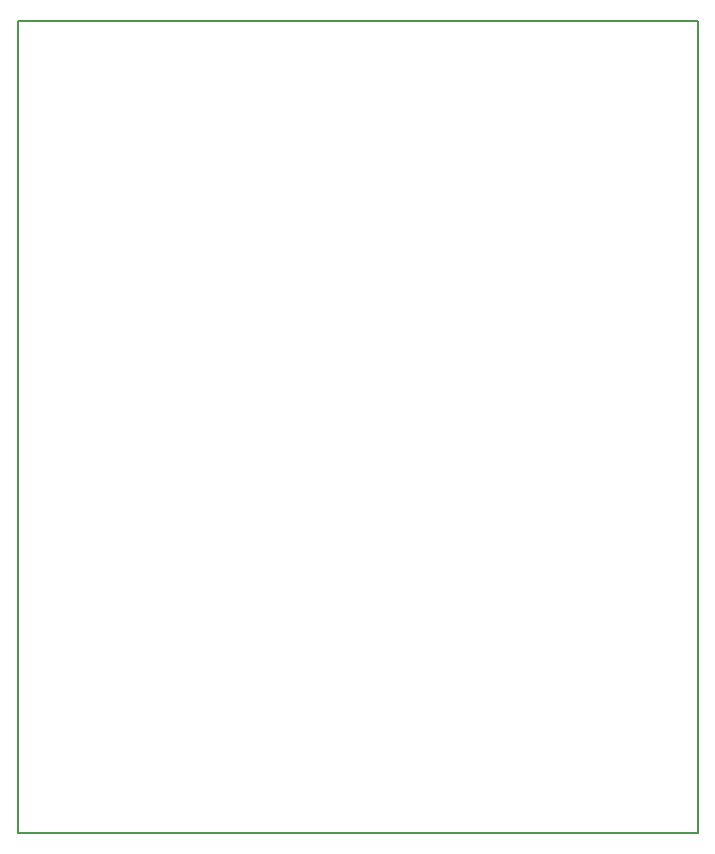
<source format=gbr>
%TF.GenerationSoftware,KiCad,Pcbnew,(5.1.8)-1*%
%TF.CreationDate,2021-04-18T10:22:12-07:00*%
%TF.ProjectId,coffee-spring21,636f6666-6565-42d7-9370-72696e673231,rev?*%
%TF.SameCoordinates,Original*%
%TF.FileFunction,Profile,NP*%
%FSLAX46Y46*%
G04 Gerber Fmt 4.6, Leading zero omitted, Abs format (unit mm)*
G04 Created by KiCad (PCBNEW (5.1.8)-1) date 2021-04-18 10:22:12*
%MOMM*%
%LPD*%
G01*
G04 APERTURE LIST*
%TA.AperFunction,Profile*%
%ADD10C,0.150000*%
%TD*%
G04 APERTURE END LIST*
D10*
X177546000Y-54483000D02*
X120000000Y-54483000D01*
X177546000Y-123190000D02*
X177546000Y-54483000D01*
X120000000Y-123190000D02*
X177546000Y-123190000D01*
X120000000Y-54483000D02*
X120000000Y-123190000D01*
M02*

</source>
